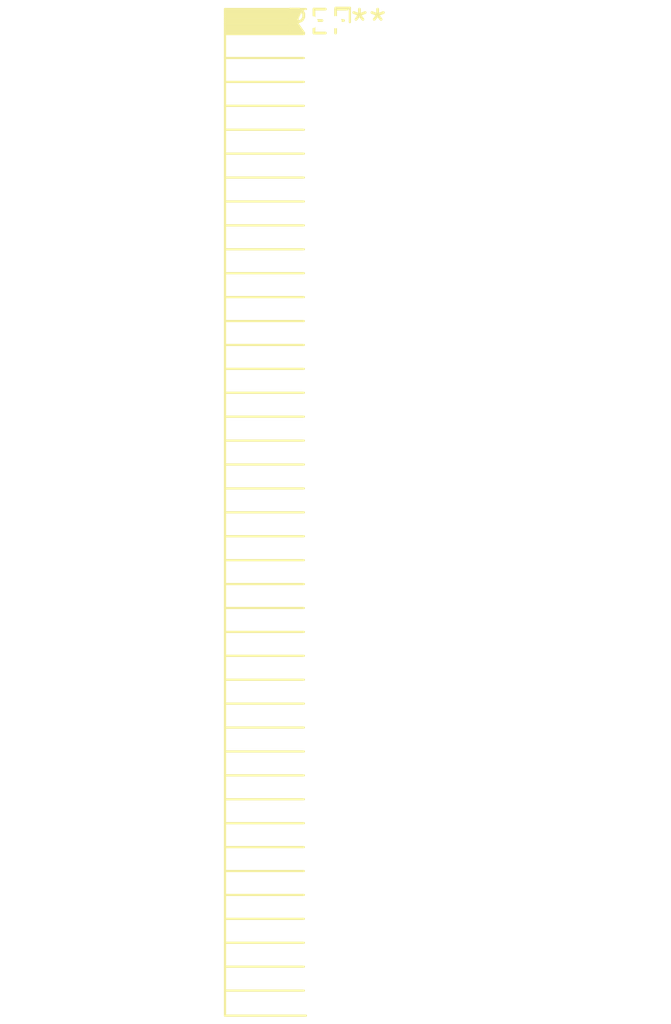
<source format=kicad_pcb>
(kicad_pcb (version 20240108) (generator pcbnew)
  (layers (0 "F.Cu" signal) (31 "B.Cu" signal) (34 "B.Paste" user) (35 "F.Paste" user) (36 "B.SilkS" user "B.Silkscreen") (37 "F.SilkS" user "F.Silkscreen") (38 "B.Mask" user) (39 "F.Mask" user) (44 "Edge.Cuts" user))
  (net 0 "")
  (footprint "PinSocket_2x42_P1.27mm_Horizontal" (layer "F.Cu") (at 0 0)
    (property "Reference" "REF**")
    (property "Value" "PinSocket_2x42_P1.27mm_Horizontal")
    (fp_line (start -5.88 -0.695) (end -5.88 52.765) (layer "F.SilkS") (stroke (width 0.12)))
    (fp_line (start -5.88 -0.695) (end -1.57753 -0.695) (layer "F.SilkS") (stroke (width 0.12)))
    (fp_line (start -5.88 -0.575) (end -1.766966 -0.575) (layer "F.SilkS") (stroke (width 0.12)))
    (fp_line (start -5.88 -0.465) (end -1.871145 -0.465) (layer "F.SilkS") (stroke (width 0.12)))
    (fp_line (start -5.88 -0.355) (end -1.941993 -0.355) (layer "F.SilkS") (stroke (width 0.12)))
    (fp_line (start -5.88 -0.245) (end -1.989427 -0.245) (layer "F.SilkS") (stroke (width 0.12)))
    (fp_line (start -5.88 -0.135) (end -2.017914 -0.135) (layer "F.SilkS") (stroke (width 0.12)))
    (fp_line (start -5.88 -0.025) (end -2.029589 -0.025) (layer "F.SilkS") (stroke (width 0.12)))
    (fp_line (start -5.88 0.085) (end -2.025232 0.085) (layer "F.SilkS") (stroke (width 0.12)))
    (fp_line (start -5.88 0.195) (end -2.004558 0.195) (layer "F.SilkS") (stroke (width 0.12)))
    (fp_line (start -5.88 0.305) (end -1.966114 0.305) (layer "F.SilkS") (stroke (width 0.12)))
    (fp_line (start -5.88 0.415) (end -1.906691 0.415) (layer "F.SilkS") (stroke (width 0.12)))
    (fp_line (start -5.88 0.525) (end -1.819523 0.525) (layer "F.SilkS") (stroke (width 0.12)))
    (fp_line (start -5.88 0.635) (end -1.687582 0.635) (layer "F.SilkS") (stroke (width 0.12)))
    (fp_line (start -5.88 1.905) (end -1.687582 1.905) (layer "F.SilkS") (stroke (width 0.12)))
    (fp_line (start -5.88 3.175) (end -1.687582 3.175) (layer "F.SilkS") (stroke (width 0.12)))
    (fp_line (start -5.88 4.445) (end -1.687582 4.445) (layer "F.SilkS") (stroke (width 0.12)))
    (fp_line (start -5.88 5.715) (end -1.687582 5.715) (layer "F.SilkS") (stroke (width 0.12)))
    (fp_line (start -5.88 6.985) (end -1.687582 6.985) (layer "F.SilkS") (stroke (width 0.12)))
    (fp_line (start -5.88 8.255) (end -1.687582 8.255) (layer "F.SilkS") (stroke (width 0.12)))
    (fp_line (start -5.88 9.525) (end -1.687582 9.525) (layer "F.SilkS") (stroke (width 0.12)))
    (fp_line (start -5.88 10.795) (end -1.687582 10.795) (layer "F.SilkS") (stroke (width 0.12)))
    (fp_line (start -5.88 12.065) (end -1.687582 12.065) (layer "F.SilkS") (stroke (width 0.12)))
    (fp_line (start -5.88 13.335) (end -1.687582 13.335) (layer "F.SilkS") (stroke (width 0.12)))
    (fp_line (start -5.88 14.605) (end -1.687582 14.605) (layer "F.SilkS") (stroke (width 0.12)))
    (fp_line (start -5.88 15.875) (end -1.687582 15.875) (layer "F.SilkS") (stroke (width 0.12)))
    (fp_line (start -5.88 17.145) (end -1.687582 17.145) (layer "F.SilkS") (stroke (width 0.12)))
    (fp_line (start -5.88 18.415) (end -1.687582 18.415) (layer "F.SilkS") (stroke (width 0.12)))
    (fp_line (start -5.88 19.685) (end -1.687582 19.685) (layer "F.SilkS") (stroke (width 0.12)))
    (fp_line (start -5.88 20.955) (end -1.687582 20.955) (layer "F.SilkS") (stroke (width 0.12)))
    (fp_line (start -5.88 22.225) (end -1.687582 22.225) (layer "F.SilkS") (stroke (width 0.12)))
    (fp_line (start -5.88 23.495) (end -1.687582 23.495) (layer "F.SilkS") (stroke (width 0.12)))
    (fp_line (start -5.88 24.765) (end -1.687582 24.765) (layer "F.SilkS") (stroke (width 0.12)))
    (fp_line (start -5.88 26.035) (end -1.687582 26.035) (layer "F.SilkS") (stroke (width 0.12)))
    (fp_line (start -5.88 27.305) (end -1.687582 27.305) (layer "F.SilkS") (stroke (width 0.12)))
    (fp_line (start -5.88 28.575) (end -1.687582 28.575) (layer "F.SilkS") (stroke (width 0.12)))
    (fp_line (start -5.88 29.845) (end -1.687582 29.845) (layer "F.SilkS") (stroke (width 0.12)))
    (fp_line (start -5.88 31.115) (end -1.687582 31.115) (layer "F.SilkS") (stroke (width 0.12)))
    (fp_line (start -5.88 32.385) (end -1.687582 32.385) (layer "F.SilkS") (stroke (width 0.12)))
    (fp_line (start -5.88 33.655) (end -1.687582 33.655) (layer "F.SilkS") (stroke (width 0.12)))
    (fp_line (start -5.88 34.925) (end -1.687582 34.925) (layer "F.SilkS") (stroke (width 0.12)))
    (fp_line (start -5.88 36.195) (end -1.687582 36.195) (layer "F.SilkS") (stroke (width 0.12)))
    (fp_line (start -5.88 37.465) (end -1.687582 37.465) (layer "F.SilkS") (stroke (width 0.12)))
    (fp_line (start -5.88 38.735) (end -1.687582 38.735) (layer "F.SilkS") (stroke (width 0.12)))
    (fp_line (start -5.88 40.005) (end -1.687582 40.005) (layer "F.SilkS") (stroke (width 0.12)))
    (fp_line (start -5.88 41.275) (end -1.687582 41.275) (layer "F.SilkS") (stroke (width 0.12)))
    (fp_line (start -5.88 42.545) (end -1.687582 42.545) (layer "F.SilkS") (stroke (width 0.12)))
    (fp_line (start -5.88 43.815) (end -1.687582 43.815) (layer "F.SilkS") (stroke (width 0.12)))
    (fp_line (start -5.88 45.085) (end -1.687582 45.085) (layer "F.SilkS") (stroke (width 0.12)))
    (fp_line (start -5.88 46.355) (end -1.687582 46.355) (layer "F.SilkS") (stroke (width 0.12)))
    (fp_line (start -5.88 47.625) (end -1.687582 47.625) (layer "F.SilkS") (stroke (width 0.12)))
    (fp_line (start -5.88 48.895) (end -1.687582 48.895) (layer "F.SilkS") (stroke (width 0.12)))
    (fp_line (start -5.88 50.165) (end -1.687582 50.165) (layer "F.SilkS") (stroke (width 0.12)))
    (fp_line (start -5.88 51.435) (end -1.687582 51.435) (layer "F.SilkS") (stroke (width 0.12)))
    (fp_line (start -5.88 52.765) (end -1.57753 52.765) (layer "F.SilkS") (stroke (width 0.12)))
    (fp_line (start 0 -0.76) (end 0.76 -0.76) (layer "F.SilkS") (stroke (width 0.12)))
    (fp_line (start 0.76 -0.76) (end 0.76 0) (layer "F.SilkS") (stroke (width 0.12)))
    (pad "1" thru_hole rect (at 0 0) (size 1 1) (drill 0.65) (layers *.Cu *.Mask) (remove_unused_layers))
    (pad "2" thru_hole oval (at -1.27 0) (size 1 1) (drill 0.65) (layers *.Cu *.Mask) (remove_unused_layers))
    (pad "3" thru_hole oval (at 0 1.27) (size 1 1) (drill 0.65) (layers *.Cu *.Mask) (remove_unused_layers))
    (pad "4" thru_hole oval (at -1.27 1.27) (size 1 1) (drill 0.65) (layers *.Cu *.Mask) (remove_unused_layers))
    (pad "5" thru_hole oval (at 0 2.54) (size 1 1) (drill 0.65) (layers *.Cu *.Mask) (remove_unused_layers))
    (pad "6" thru_hole oval (at -1.27 2.54) (size 1 1) (drill 0.65) (layers *.Cu *.Mask) (remove_unused_layers))
    (pad "7" thru_hole oval (at 0 3.81) (size 1 1) (drill 0.65) (layers *.Cu *.Mask) (remove_unused_layers))
    (pad "8" thru_hole oval (at -1.27 3.81) (size 1 1) (drill 0.65) (layers *.Cu *.Mask) (remove_unused_layers))
    (pad "9" thru_hole oval (at 0 5.08) (size 1 1) (drill 0.65) (layers *.Cu *.Mask) (remove_unused_layers))
    (pad "10" thru_hole oval (at -1.27 5.08) (size 1 1) (drill 0.65) (layers *.Cu *.Mask) (remove_unused_layers))
    (pad "11" thru_hole oval (at 0 6.35) (size 1 1) (drill 0.65) (layers *.Cu *.Mask) (remove_unused_layers))
    (pad "12" thru_hole oval (at -1.27 6.35) (size 1 1) (drill 0.65) (layers *.Cu *.Mask) (remove_unused_layers))
    (pad "13" thru_hole oval (at 0 7.62) (size 1 1) (drill 0.65) (layers *.Cu *.Mask) (remove_unused_layers))
    (pad "14" thru_hole oval (at -1.27 7.62) (size 1 1) (drill 0.65) (layers *.Cu *.Mask) (remove_unused_layers))
    (pad "15" thru_hole oval (at 0 8.89) (size 1 1) (drill 0.65) (layers *.Cu *.Mask) (remove_unused_layers))
    (pad "16" thru_hole oval (at -1.27 8.89) (size 1 1) (drill 0.65) (layers *.Cu *.Mask) (remove_unused_layers))
    (pad "17" thru_hole oval (at 0 10.16) (size 1 1) (drill 0.65) (layers *.Cu *.Mask) (remove_unused_layers))
    (pad "18" thru_hole oval (at -1.27 10.16) (size 1 1) (drill 0.65) (layers *.Cu *.Mask) (remove_unused_layers))
    (pad "19" thru_hole oval (at 0 11.43) (size 1 1) (drill 0.65) (layers *.Cu *.Mask) (remove_unused_layers))
    (pad "20" thru_hole oval (at -1.27 11.43) (size 1 1) (drill 0.65) (layers *.Cu *.Mask) (remove_unused_layers))
    (pad "21" thru_hole oval (at 0 12.7) (size 1 1) (drill 0.65) (layers *.Cu *.Mask) (remove_unused_layers))
    (pad "22" thru_hole oval (at -1.27 12.7) (size 1 1) (drill 0.65) (layers *.Cu *.Mask) (remove_unused_layers))
    (pad "23" thru_hole oval (at 0 13.97) (size 1 1) (drill 0.65) (layers *.Cu *.Mask) (remove_unused_layers))
    (pad "24" thru_hole oval (at -1.27 13.97) (size 1 1) (drill 0.65) (layers *.Cu *.Mask) (remove_unused_layers))
    (pad "25" thru_hole oval (at 0 15.24) (size 1 1) (drill 0.65) (layers *.Cu *.Mask) (remove_unused_layers))
    (pad "26" thru_hole oval (at -1.27 15.24) (size 1 1) (drill 0.65) (layers *.Cu *.Mask) (remove_unused_layers))
    (pad "27" thru_hole oval (at 0 16.51) (size 1 1) (drill 0.65) (layers *.Cu *.Mask) (remove_unused_layers))
    (pad "28" thru_hole oval (at -1.27 16.51) (size 1 1) (drill 0.65) (layers *.Cu *.Mask) (remove_unused_layers))
    (pad "29" thru_hole oval (at 0 17.78) (size 1 1) (drill 0.65) (layers *.Cu *.Mask) (remove_unused_layers))
    (pad "30" thru_hole oval (at -1.27 17.78) (size 1 1) (drill 0.65) (layers *.Cu *.Mask) (remove_unused_layers))
    (pad "31" thru_hole oval (at 0 19.05) (size 1 1) (drill 0.65) (layers *.Cu *.Mask) (remove_unused_layers))
    (pad "32" thru_hole oval (at -1.27 19.05) (size 1 1) (drill 0.65) (layers *.Cu *.Mask) (remove_unused_layers))
    (pad "33" thru_hole oval (at 0 20.32) (size 1 1) (drill 0.65) (layers *.Cu *.Mask) (remove_unused_layers))
    (pad "34" thru_hole oval (at -1.27 20.32) (size 1 1) (drill 0.65) (layers *.Cu *.Mask) (remove_unused_layers))
    (pad "35" thru_hole oval (at 0 21.59) (size 1 1) (drill 0.65) (layers *.Cu *.Mask) (remove_unused_layers))
    (pad "36" thru_hole oval (at -1.27 21.59) (size 1 1) (drill 0.65) (layers *.Cu *.Mask) (remove_unused_layers))
    (pad "37" thru_hole oval (at 0 22.86) (size 1 1) (drill 0.65) (layers *.Cu *.Mask) (remove_unused_layers))
    (pad "38" thru_hole oval (at -1.27 22.86) (size 1 1) (drill 0.65) (layers *.Cu *.Mask) (remove_unused_layers))
    (pad "39" thru_hole oval (at 0 24.13) (size 1 1) (drill 0.65) (layers *.Cu *.Mask) (remove_unused_layers))
    (pad "40" thru_hole oval (at -1.27 24.13) (size 1 1) (drill 0.65) (layers *.Cu *.Mask) (remove_unused_layers))
    (pad "41" thru_hole oval (at 0 25.4) (size 1 1) (drill 0.65) (layers *.Cu *.Mask) (remove_unused_layers))
    (pad "42" thru_hole oval (at -1.27 25.4) (size 1 1) (drill 0.65) (layers *.Cu *.Mask) (remove_unused_layers))
    (pad "43" thru_hole oval (at 0 26.67) (size 1 1) (drill 0.65) (layers *.Cu *.Mask) (remove_unused_layers))
    (pad "44" thru_hole oval (at -1.27 26.67) (size 1 1) (drill 0.65) (layers *.Cu *.Mask) (remove_unused_layers))
    (pad "45" thru_hole oval (at 0 27.94) (size 1 1) (drill 0.65) (layers *.Cu *.Mask) (remove_unused_layers))
    (pad "46" thru_hole oval (at -1.27 27.94) (size 1 1) (drill 0.65) (layers *.Cu *.Mask) (remove_unused_layers))
    (pad "47" thru_hole oval (at 0 29.21) (size 1 1) (drill 0.65) (layers *.Cu *.Mask) (remove_unused_layers))
    (pad "48" thru_hole oval (at -1.27 29.21) (size 1 1) (drill 0.65) (layers *.Cu *.Mask) (remove_unused_layers))
    (pad "49" thru_hole oval (at 0 30.48) (size 1 1) (drill 0.65) (layers *.Cu *.Mask) (remove_unused_layers))
    (pad "50" thru_hole oval (at -1.27 30.48) (size 1 1) (drill 0.65) (layers *.Cu *.Mask) (remove_unused_layers))
    (pad "51" thru_hole oval (at 0 31.75) (size 1 1) (drill 0.65) (layers *.Cu *.Mask) (remove_unused_layers))
    (pad "52" thru_hole oval (at -1.27 31.75) (size 1 1) (drill 0.65) (layers *.Cu *.Mask) (remove_unused_layers))
    (pad "53" thru_hole oval (at 0 33.02) (size 1 1) (drill 0.65) (layers *.Cu *.Mask) (remove_unused_layers))
    (pad "54" thru_hole oval (at -1.27 33.02) (size 1 1) (drill 0.65) (layers *.Cu *.Mask) (remove_unused_layers))
    (pad "55" thru_hole oval (at 0 34.29) (size 1 1) (drill 0.65) (layers *.Cu *.Mask) (remove_unused_layers))
    (pad "56" thru_hole oval (at -1.27 34.29) (size 1 1) (drill 0.65) (layers *.Cu *.Mask) (remove_unused_layers))
    (pad "57" thru_hole oval (at 0 35.56) (size 1 1) (drill 0.65) (layers *.Cu *.Mask) (remove_unused_layers))
    (pad "58" thru_hole oval (at -1.27 35.56) (size 1 1) (drill 0.65) (layers *.Cu *.Mask) (remove_unused_layers))
    (pad "59" thru_hole oval (at 0 36.83) (size 1 1) (drill 0.65) (layers *.Cu *.Mask) (remove_unused_layers))
    (pad "60" thru_hole oval (at -1.27 36.83) (size 1 1) (drill 0.65) (layers *.Cu *.Mask) (remove_unused_layers))
    (pad "61" thru_hole oval (at 0 38.1) (size 1 1) (drill 0.65) (layers *.Cu *.Mask) (remove_unused_layers))
    (pad "62" thru_hole oval (at -1.27 38.1) (size 1 1) (drill 0.65) (layers *.Cu *.Mask) (remove_unused_layers))
    (pad "63" thru_hole oval (at 0 39.37) (size 1 1) (drill 0.65) (layers *.Cu *.Mask) (remove_unused_layers))
    (pad "64" thru_hole oval (at -1.27 39.37) (size 1 1) (drill 0.65) (layers *.Cu *.Mask) (remove_unused_layers))
    (pad "65" thru_hole oval (at 0 40.64) (size 1 1) (drill 0.65) (layers *.Cu *.Mask) (remove_unused_layers))
    (pad "66" thru_hole oval (at -1.27 40.64) (size 1 1) (drill 0.65) (layers *.Cu *.Mask) (remove_unused_layers))
    (pad "67" thru_hole oval (at 0 41.91) (size 1 1) (drill 0.65) (layers *.Cu *.Mask) (remove_unused_layers))
    (pad "68" thru_hole oval (at -1.27 41.91) (size 1 1) (drill 0.65) (layers *.Cu *.Mask) (remove_unused_layers))
    (pad "69" thru_hole oval (at 0 43.18) (size 1 1) (drill 0.65) (layers *.Cu *.Mask) (remove_unused_layers))
    (pad "70" thru_hole oval (at -1.27 43.18) (size 1 1) (drill 0.65) (layers *.Cu *.Mask) (remove_unused_layers))
    (pad "71" thru_hole oval (at 0 44.45) (size 1 1) (drill 0.65) (layers *.Cu *.Mask) (remove_unused_layers))
    (pad "72" thru_hole oval (at -1.27 44.45) (size 1 1) (drill 0.65) (layers *.Cu *.Mask) (remove_unused_layers))
    (pad "73" thru_hole oval (at 0 45.72) (size 1 1) (drill 0.65) (layers *.Cu *.Mask) (remove_unused_layers))
    (pad "74" thru_hole oval (at -1.27 45.72) (size 1 1) (drill 0.65) (layers *.Cu *.Mask) (remove_unused_layers))
    (pad "75" thru_hole oval (at 0 46.99) (size 1 1) (drill 0.65) (layers *.Cu *.Mask) (remove_unused_layers))
    (pad "76" thru_hole oval (at -1.27 46.99) (size 1 1) (drill 0.65) (layers *.Cu *.Mask) (remove_unused_layers))
    (pad "77" thru_hole oval (at 0 48.26) (size 1 1) (drill 0.65) (layers *.Cu *.Mask) (remove_unused_layers))
    (pad "78" thru_hole oval (at -1.27 48.26) (size 1 1) (drill 0.65) (layers *.Cu *.Mask) (remove_unused_layers))
    (pad "79" thru_hole oval (at 0 49.53) (size 1 1) (drill 0.65) (layers *.Cu *.Mask) (remove_unused_layers))
    (pad "80" thru_hole oval (at -1.27 49.53) (size 1 1) (drill 0.65) (layers *.Cu *.Mask) (remove_unused_layers))
    (pad "81" thru_hole oval (at 0 50.8) (size 1 1) (drill 0.65) (layers *.Cu *.Mask) (remove_unused_layers))
    (pad "82" thru_hole oval (at -1.27 50.8) (size 1 1) (drill 0.65) (layers *.Cu *.Mask) (remove_unused_layers))
    (pad "83" thru_hole oval (at 0 52.07) (size 1 1) (drill 0.65) (layers *.Cu *.Mask) (remove_unused_layers))
    (pad "84" thru_hole oval (at -1.27 52.07) (size 1 1) (drill 0.65) (layers *.Cu *.Mask) (remove_unused_layers))
  )
)
</source>
